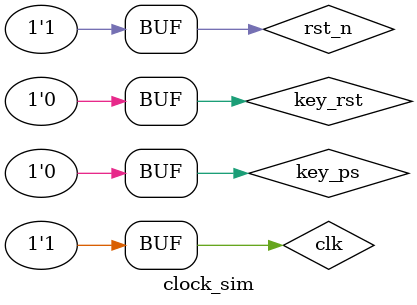
<source format=v>
`timescale 1 us/1 us
module clock_sim();
   reg     clk,rst_n,key_rst,key_ps;
   wire    a,b,c,d,e,f,g,h,led1,led2,led3,led4;
   
   
clock u1 (
     .clk(clk),
	 .rst_n(rst_n),
	 .key_rst(key_rst),
	 .key_ps(key_ps),
	 .a(a),
	 .b(b),
	 .c(c),
	 .d(d),
	 .e(e),
	 .f(f),
	 .g(g),
	 .h(h),
	 .led1(led1),
	 .led2(led2),
	 .led3(led3),
	 .led4(led4)

);

initial
begin
 
  rst_n =      1'b0;
  rst_n = #500 1'b1;
end 

always
begin
  clk =      1'b0;
  clk = #500 1'b1;
        #500;
       
end

initial
begin
  key_rst =        1'b0;
  key_rst = #90000000 1'b1;
  key_rst = #11000 1'b0;
  
end 
initial
begin
  key_ps =        1'b0;
  key_ps = #2000 1'b1;
  key_ps = #15000  1'b0;
  key_ps = #70000000 1'b1;
  key_ps = #11000 1'b0;
  key_ps = #110000 1'b1;
  key_ps = #11000 1'b0;
end 
endmodule
</source>
